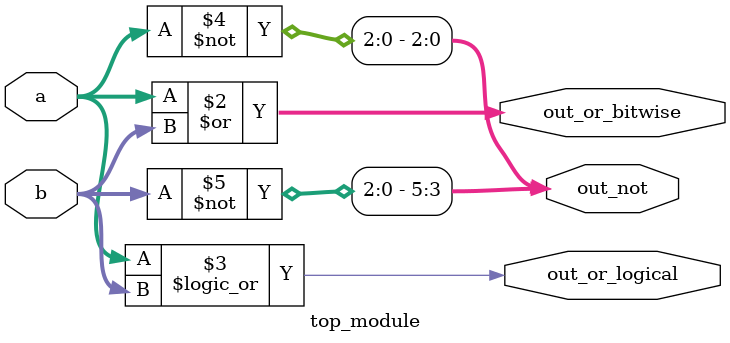
<source format=sv>

/** Question:
 * Build a circuit that has two 3-bit inputs that computes the bitwise-OR of the two vectors,
 * the logical-OR of the two vectors,
 * and the inverse (NOT) of both vectors.
 * Place the inverse of b in the upper half of out_not (i.e., bits [5:3]),
 * and the inverse of a in the lower half.
 */

module top_module
(
    input logic [2:0] a,
    input logic [2:0] b,
    output logic [2:0] out_or_bitwise,
    output logic out_or_logical,
    output logic [5:0] out_not
);

    always_comb begin
        out_or_bitwise <= a | b;
        out_or_logical <= a || b;
        out_not <= {~b, ~a};
    end

endmodule

// EOF

</source>
